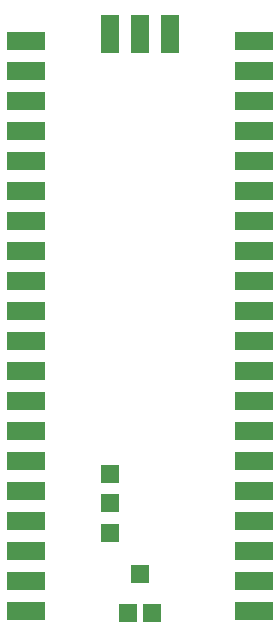
<source format=gbp>
G04*
G04 #@! TF.GenerationSoftware,Altium Limited,Altium Designer,21.3.1 (25)*
G04*
G04 Layer_Color=128*
%FSLAX25Y25*%
%MOIN*%
G70*
G04*
G04 #@! TF.SameCoordinates,0F46E8F8-C812-4C73-86AE-EEEB37A8DDC9*
G04*
G04*
G04 #@! TF.FilePolarity,Positive*
G04*
G01*
G75*
%ADD49R,0.12598X0.06299*%
%ADD50R,0.06299X0.12598*%
%ADD51R,0.05906X0.05906*%
D49*
X10571Y6575D02*
D03*
Y16575D02*
D03*
Y26575D02*
D03*
Y36575D02*
D03*
Y46575D02*
D03*
Y56575D02*
D03*
Y66575D02*
D03*
X10571Y76575D02*
D03*
X10571Y86575D02*
D03*
Y96575D02*
D03*
Y106575D02*
D03*
Y116575D02*
D03*
Y126575D02*
D03*
Y136575D02*
D03*
Y146575D02*
D03*
Y156575D02*
D03*
X10571Y166575D02*
D03*
X10571Y176575D02*
D03*
Y186575D02*
D03*
Y196575D02*
D03*
X86870D02*
D03*
Y186575D02*
D03*
Y176575D02*
D03*
Y166575D02*
D03*
Y156575D02*
D03*
Y146575D02*
D03*
Y136575D02*
D03*
Y126575D02*
D03*
Y116575D02*
D03*
Y106575D02*
D03*
Y96575D02*
D03*
Y86575D02*
D03*
Y76575D02*
D03*
Y66575D02*
D03*
Y56575D02*
D03*
Y46575D02*
D03*
Y36575D02*
D03*
Y26575D02*
D03*
Y16575D02*
D03*
Y6575D02*
D03*
D50*
X38721Y198819D02*
D03*
X48720D02*
D03*
X58720D02*
D03*
D51*
X48720Y18898D02*
D03*
X52658Y5906D02*
D03*
X44783D02*
D03*
X38878Y32677D02*
D03*
Y42520D02*
D03*
Y52362D02*
D03*
M02*

</source>
